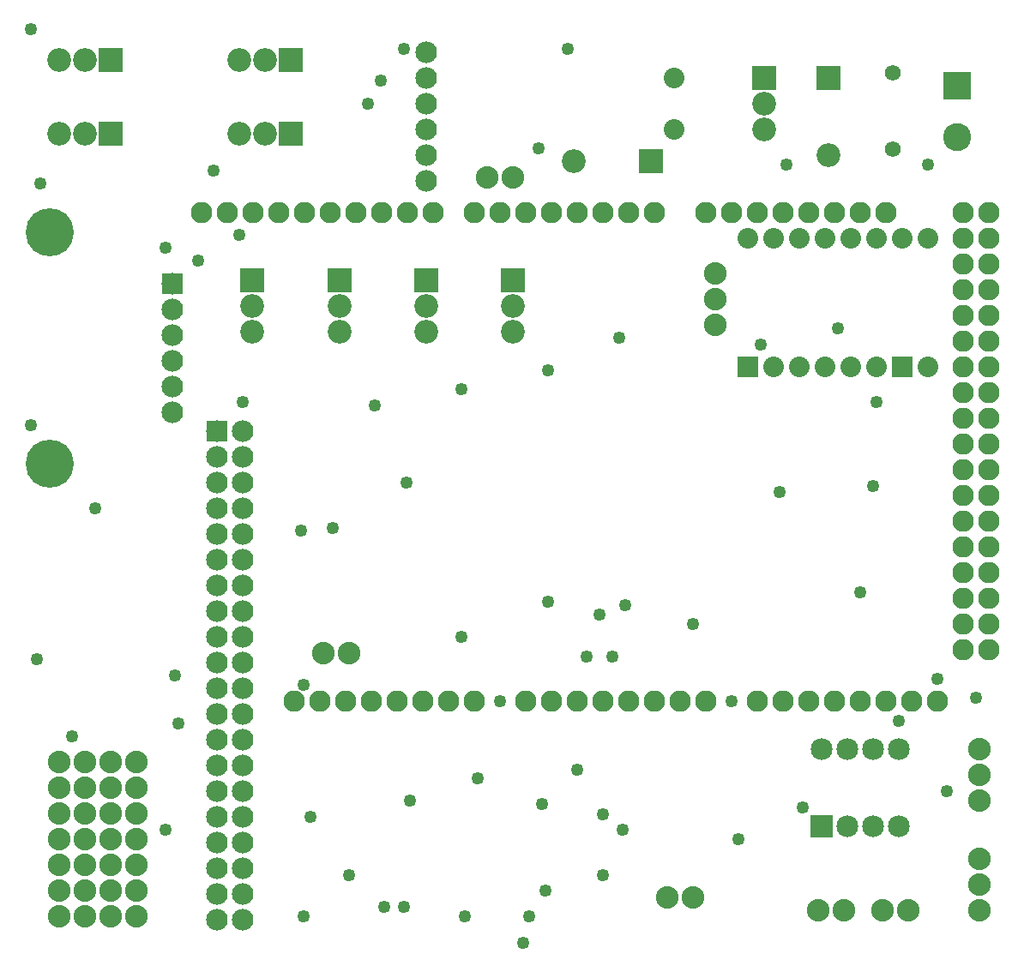
<source format=gbs>
G04 MADE WITH FRITZING*
G04 WWW.FRITZING.ORG*
G04 DOUBLE SIDED*
G04 HOLES PLATED*
G04 CONTOUR ON CENTER OF CONTOUR VECTOR*
%ASAXBY*%
%FSLAX23Y23*%
%MOIN*%
%OFA0B0*%
%SFA1.0B1.0*%
%ADD10C,0.049370*%
%ADD11C,0.084000*%
%ADD12C,0.080000*%
%ADD13C,0.187165*%
%ADD14C,0.088000*%
%ADD15C,0.085000*%
%ADD16C,0.082917*%
%ADD17C,0.092000*%
%ADD18C,0.061496*%
%ADD19C,0.109055*%
%ADD20R,0.084000X0.084000*%
%ADD21R,0.080000X0.080000*%
%ADD22R,0.085000X0.085000*%
%ADD23R,0.092000X0.092000*%
%ADD24R,0.109055X0.109055*%
%LNMASK0*%
G90*
G70*
G54D10*
X1107Y1822D03*
X2144Y3697D03*
X57Y2234D03*
X882Y2322D03*
X219Y1022D03*
G54D11*
X607Y2784D03*
X607Y2684D03*
X607Y2584D03*
X607Y2484D03*
X607Y2384D03*
X607Y2283D03*
G54D10*
X582Y659D03*
X82Y1322D03*
X94Y3172D03*
X1507Y3697D03*
X1144Y709D03*
X1744Y322D03*
X1507Y359D03*
X1432Y359D03*
X1119Y322D03*
X2281Y719D03*
X1970Y221D03*
X1994Y322D03*
X2057Y422D03*
X2181Y894D03*
X3582Y1247D03*
X2807Y622D03*
X307Y1909D03*
X582Y2922D03*
X707Y2872D03*
X1232Y1834D03*
X3619Y809D03*
X3344Y2322D03*
X3282Y1584D03*
X1294Y484D03*
X57Y3772D03*
X2357Y659D03*
X2269Y1497D03*
X2632Y1459D03*
X1794Y859D03*
X2282Y484D03*
X1519Y2009D03*
X1119Y1222D03*
X2219Y1334D03*
X2069Y1547D03*
X2319Y1334D03*
X2369Y1534D03*
X1732Y1409D03*
X2994Y3247D03*
X2032Y3309D03*
X3732Y1172D03*
X869Y2972D03*
X2344Y2572D03*
G54D12*
X2557Y3584D03*
X2557Y3384D03*
G54D10*
X1532Y772D03*
G54D11*
X1594Y3684D03*
X1594Y3584D03*
X1594Y3484D03*
X1594Y3384D03*
X1594Y3284D03*
X1594Y3184D03*
X1594Y3684D03*
X1594Y3584D03*
X1594Y3484D03*
X1594Y3384D03*
X1594Y3284D03*
X1594Y3184D03*
G54D10*
X619Y1259D03*
X3057Y747D03*
G54D13*
X132Y2084D03*
X132Y2984D03*
G54D10*
X1732Y2372D03*
X2069Y2447D03*
X1394Y2309D03*
X769Y3222D03*
X1369Y3484D03*
X1419Y3572D03*
X3432Y1084D03*
X1882Y1159D03*
X632Y1072D03*
X2782Y1159D03*
X3194Y2609D03*
X2969Y1972D03*
X3332Y1997D03*
G54D12*
X3544Y2959D03*
X3544Y2459D03*
X3444Y2959D03*
X3444Y2459D03*
X3344Y2959D03*
X3344Y2459D03*
X3244Y2959D03*
X3244Y2459D03*
X3144Y2959D03*
X3144Y2459D03*
X3044Y2959D03*
X3044Y2459D03*
X2944Y2959D03*
X2944Y2459D03*
X2844Y2959D03*
X2844Y2459D03*
G54D10*
X3544Y3247D03*
X2044Y759D03*
G54D14*
X469Y422D03*
X369Y422D03*
X269Y422D03*
X169Y422D03*
X469Y922D03*
X369Y922D03*
X269Y922D03*
X169Y922D03*
X169Y722D03*
X269Y722D03*
X369Y722D03*
X369Y522D03*
X169Y522D03*
X269Y522D03*
X469Y522D03*
X169Y322D03*
X269Y322D03*
X169Y822D03*
X269Y822D03*
X369Y822D03*
X469Y322D03*
X369Y622D03*
X469Y622D03*
X1294Y1347D03*
X1194Y1347D03*
X169Y622D03*
X269Y622D03*
X469Y822D03*
X369Y322D03*
X469Y722D03*
G54D10*
X2894Y2547D03*
G54D15*
X3132Y672D03*
X3132Y972D03*
X3232Y672D03*
X3232Y972D03*
X3332Y672D03*
X3332Y972D03*
X3432Y672D03*
X3432Y972D03*
G54D11*
X882Y2209D03*
X882Y2109D03*
X882Y2009D03*
X882Y1909D03*
X882Y1809D03*
X882Y1709D03*
X882Y1609D03*
X882Y1509D03*
X882Y1409D03*
X882Y1309D03*
X882Y1209D03*
X882Y1109D03*
X882Y1009D03*
X882Y909D03*
X882Y809D03*
X882Y709D03*
X882Y609D03*
X882Y509D03*
X882Y409D03*
X882Y309D03*
X782Y2209D03*
X782Y2109D03*
X782Y2009D03*
X782Y1909D03*
X782Y1809D03*
X782Y1709D03*
X782Y1609D03*
X782Y1509D03*
X782Y1409D03*
X782Y1309D03*
X782Y1209D03*
X782Y1109D03*
X782Y1009D03*
X782Y909D03*
X782Y809D03*
X782Y709D03*
X782Y609D03*
X782Y509D03*
X782Y409D03*
X782Y309D03*
G54D16*
X2982Y1159D03*
X1382Y1159D03*
X3082Y1159D03*
X3182Y1159D03*
X3282Y1159D03*
X3382Y1159D03*
X3682Y2559D03*
X3482Y1159D03*
X3582Y1159D03*
X1422Y3059D03*
X1982Y1159D03*
X2082Y1159D03*
X2182Y1159D03*
X2282Y1159D03*
X3682Y1759D03*
X2382Y1159D03*
X2482Y1159D03*
X2582Y1159D03*
X2682Y1159D03*
X2182Y3059D03*
X3682Y2959D03*
X3682Y2159D03*
X3682Y1359D03*
X1022Y3059D03*
X1782Y1159D03*
X1782Y3059D03*
X3682Y2759D03*
X3682Y2359D03*
X3682Y1959D03*
X3382Y3059D03*
X3682Y1559D03*
X3282Y3059D03*
X3182Y3059D03*
X3082Y3059D03*
X2982Y3059D03*
X2882Y3059D03*
X2782Y3059D03*
X2682Y3059D03*
X822Y3059D03*
X1222Y3059D03*
X1622Y3059D03*
X1182Y1159D03*
X1582Y1159D03*
X2382Y3059D03*
X1982Y3059D03*
X3682Y3059D03*
X3682Y2859D03*
X3682Y2659D03*
X3682Y2459D03*
X3682Y2259D03*
X3682Y2059D03*
X3682Y1859D03*
X3682Y1659D03*
X3682Y1459D03*
X722Y3059D03*
X922Y3059D03*
X1122Y3059D03*
X1322Y3059D03*
X1522Y3059D03*
X1082Y1159D03*
X1282Y1159D03*
X1482Y1159D03*
X1682Y1159D03*
X2482Y3059D03*
X2282Y3059D03*
X2082Y3059D03*
X1882Y3059D03*
X3782Y3059D03*
X3782Y2959D03*
X3782Y2859D03*
X3782Y2759D03*
X3782Y2659D03*
X3782Y2559D03*
X3782Y2459D03*
X3782Y2359D03*
X3782Y2259D03*
X3782Y2159D03*
X3782Y2059D03*
X3782Y1959D03*
X3782Y1859D03*
X3782Y1759D03*
X3782Y1659D03*
X3782Y1559D03*
X3782Y1459D03*
X3782Y1359D03*
X2882Y1159D03*
G54D17*
X1257Y2797D03*
X1257Y2697D03*
X1257Y2597D03*
X1932Y2797D03*
X1932Y2697D03*
X1932Y2597D03*
X1594Y2797D03*
X1594Y2697D03*
X1594Y2597D03*
X919Y2797D03*
X919Y2697D03*
X919Y2597D03*
G54D14*
X3744Y347D03*
X3744Y447D03*
X3744Y547D03*
X3744Y972D03*
X3744Y872D03*
X3744Y772D03*
X1932Y3197D03*
X1832Y3197D03*
X2719Y2822D03*
X2719Y2722D03*
X2719Y2622D03*
X3119Y347D03*
X3219Y347D03*
X2632Y397D03*
X2532Y397D03*
X3469Y347D03*
X3369Y347D03*
G54D17*
X2907Y3584D03*
X2907Y3484D03*
X2907Y3384D03*
X2467Y3259D03*
X2169Y3259D03*
X3157Y3582D03*
X3157Y3284D03*
G54D18*
X3406Y3307D03*
X3406Y3602D03*
G54D17*
X369Y3366D03*
X269Y3366D03*
X169Y3366D03*
X1069Y3653D03*
X969Y3653D03*
X869Y3653D03*
X369Y3653D03*
X269Y3653D03*
X169Y3653D03*
X1069Y3366D03*
X969Y3366D03*
X869Y3366D03*
G54D19*
X3656Y3552D03*
X3656Y3352D03*
G54D20*
X607Y2784D03*
G54D21*
X2844Y2459D03*
X3444Y2459D03*
G54D22*
X3132Y672D03*
G54D20*
X782Y2209D03*
G54D23*
X1257Y2797D03*
X1932Y2797D03*
X1594Y2797D03*
X919Y2797D03*
X2907Y3584D03*
X2468Y3259D03*
X3157Y3583D03*
X369Y3366D03*
X1069Y3653D03*
X369Y3653D03*
X1069Y3366D03*
G54D24*
X3656Y3552D03*
G04 End of Mask0*
M02*
</source>
